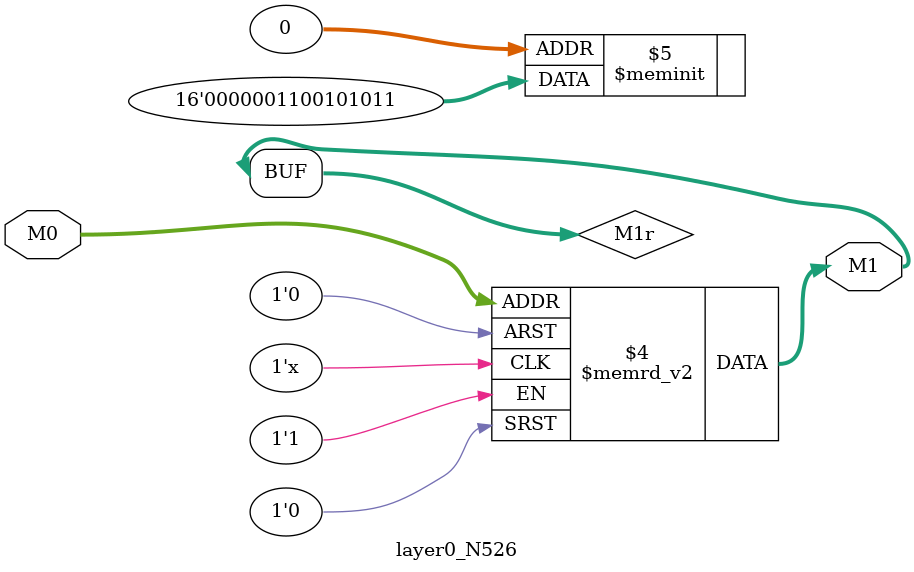
<source format=v>
module layer0_N526 ( input [2:0] M0, output [1:0] M1 );

	(*rom_style = "distributed" *) reg [1:0] M1r;
	assign M1 = M1r;
	always @ (M0) begin
		case (M0)
			3'b000: M1r = 2'b11;
			3'b100: M1r = 2'b11;
			3'b010: M1r = 2'b10;
			3'b110: M1r = 2'b00;
			3'b001: M1r = 2'b10;
			3'b101: M1r = 2'b00;
			3'b011: M1r = 2'b00;
			3'b111: M1r = 2'b00;

		endcase
	end
endmodule

</source>
